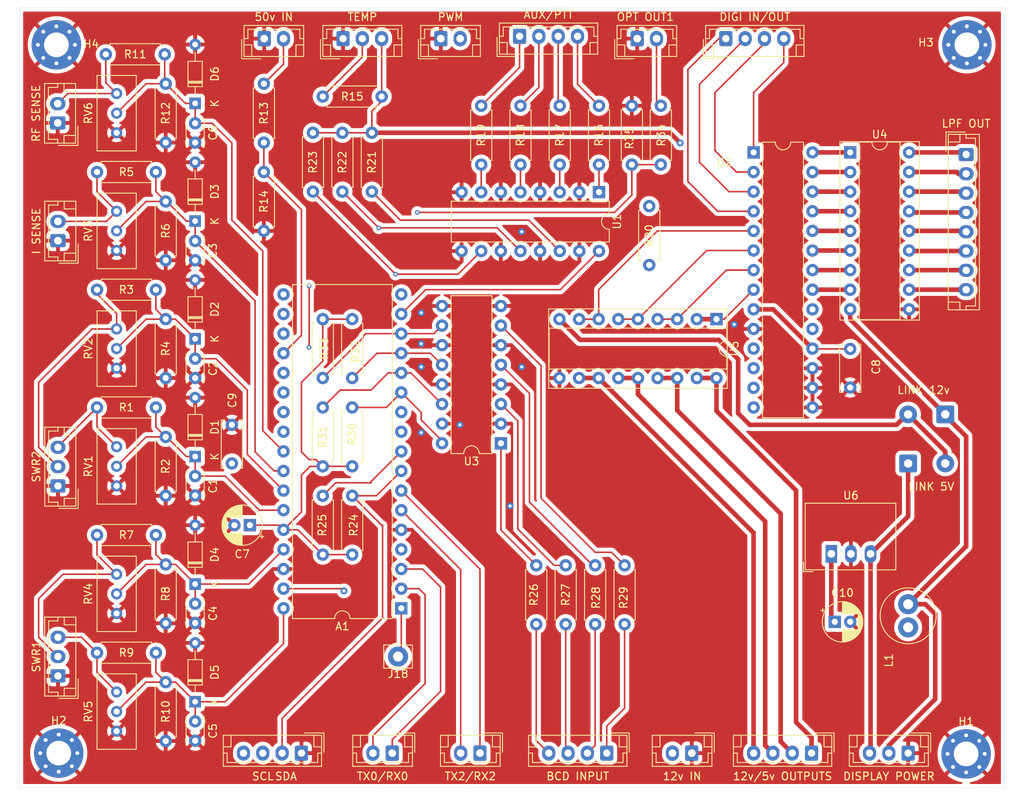
<source format=kicad_pcb>
(kicad_pcb (version 20240108) (generator "pcbnew") (generator_version "8.0")
  (layers (0 "F.Cu" signal "Front") (1 "In1.Cu" signal) (2 "In2.Cu" signal) (31 "B.Cu" signal "Back") (34 "B.Paste" user) (35 "F.Paste" user) (36 "B.SilkS" user "B.Silkscreen") (37 "F.SilkS" user "F.Silkscreen") (38 "B.Mask" user) (39 "F.Mask" user) (44 "Edge.Cuts" user))
  (net 0 "")
  (net 1 "Net-(A1-RXD0)")
  (net 2 "Net-(A1-UDPI)")
  (net 3 "/A11")
  (net 4 "+5V")
  (net 5 "/A24")
  (net 6 "/A5")
  (net 7 "/SDA")
  (net 9 "/D15")
  (net 10 "/A6")
  (net 11 "/A26")
  (net 12 "/A7")
  (net 13 "Net-(A1-TXD0)")
  (net 15 "/D23")
  (net 16 "/D12")
  (net 17 "/D9")
  (net 18 "/A2")
  (net 19 "VCC")
  (net 20 "/D10")
  (net 21 "/A4")
  (net 22 "/D8")
  (net 23 "/D13")
  (net 24 "Net-(A1-TXD2)")
  (net 25 "/D11")
  (net 26 "GND")
  (net 28 "/D14")
  (net 29 "/SCL")
  (net 30 "/D6")
  (net 31 "Net-(A1-RXD2)")
  (net 32 "/PWM")
  (net 33 "/D7")
  (net 34 "VD")
  (net 35 "/REV1")
  (net 36 "/FWD1")
  (net 37 "/FWD2")
  (net 38 "/REV2")
  (net 39 "/currrent")
  (net 40 "/RF_LEVEL")
  (net 41 "/50V_IN")
  (net 42 "Net-(J7-Pin_1)")
  (net 43 "Net-(J7-Pin_3)")
  (net 44 "Net-(J7-Pin_2)")
  (net 45 "Net-(J7-Pin_4)")
  (net 46 "Net-(J10-Pin_2)")
  (net 47 "Net-(J10-Pin_4)")
  (net 48 "Net-(J10-Pin_1)")
  (net 49 "Net-(J10-Pin_3)")
  (net 50 "Net-(J11-Pin_4)")
  (net 51 "Net-(J11-Pin_2)")
  (net 52 "Net-(J11-Pin_6)")
  (net 53 "Net-(J11-Pin_5)")
  (net 54 "Net-(J11-Pin_7)")
  (net 55 "Net-(J11-Pin_1)")
  (net 56 "Net-(J11-Pin_3)")
  (net 57 "Net-(J11-Pin_8)")
  (net 58 "Net-(J12-Pin_1)")
  (net 59 "Net-(J12-Pin_3)")
  (net 60 "Net-(J12-Pin_4)")
  (net 61 "Net-(J12-Pin_2)")
  (net 62 "Net-(J13-Pin_2)")
  (net 63 "Net-(J13-Pin_4)")
  (net 64 "Net-(J13-Pin_3)")
  (net 65 "Net-(J13-Pin_1)")
  (net 66 "Net-(J16-Pin_2)")
  (net 67 "+5F")
  (net 68 "VPP")
  (net 69 "Net-(R16-Pad2)")
  (net 70 "Net-(R17-Pad2)")
  (net 71 "Net-(R18-Pad2)")
  (net 72 "Net-(R19-Pad2)")
  (net 73 "Net-(R26-Pad2)")
  (net 74 "Net-(R27-Pad2)")
  (net 75 "Net-(R28-Pad2)")
  (net 76 "Net-(R29-Pad2)")
  (net 77 "Net-(U2-GPA5)")
  (net 78 "Net-(U2-GPB7)")
  (net 79 "Net-(U2-GPB5)")
  (net 80 "Net-(U2-GPA6)")
  (net 82 "Net-(U2-GPA3)")
  (net 84 "Net-(U2-GPA0)")
  (net 86 "Net-(U2-GPA2)")
  (net 87 "Net-(U2-GPA7)")
  (net 88 "Net-(U2-GPB6)")
  (net 89 "Net-(U2-GPA4)")
  (net 90 "Net-(U2-GPB4)")
  (net 91 "Net-(U2-GPA1)")
  (footprint "Package_DIP:DIP-18_W7.62mm_Socket" (layer "F.Cu") (at 162.7 83.82 -90)
    (property "Reference" "U5")
    (property "Value" "MIC2981/82YN")
  )
  (footprint "Potentiometer_THT:Potentiometer_Bourns_3296W_Vertical" (layer "F.Cu") (at 85.09 54.61 90)
    (property "Reference" "RV6")
    (property "Value" "R_Potentiometer")
  )
  (footprint "Diode_THT:D_DO-34_SOD68_P7.62mm_Horizontal" (layer "F.Cu") (at 95.25 55.885 90)
    (property "Reference" "D6")
    (property "Value" "D_Zener")
  )
  (footprint "Resistor_THT:R_Axial_DIN0207_L6.3mm_D2.5mm_P7.62mm_Horizontal" (layer "F.Cu") (at 147.5 56.19 -90)
    (property "Reference" "R16")
    (property "Value" "R")
  )
  (footprint "Connector_JST:JST_EH_B3B-EH-A_1x03_P2.50mm_Vertical" (layer "F.Cu") (at 114.38 47.5)
    (property "Reference" "TEMP")
    (property "Value" "Temp")
  )
  (footprint "Capacitor_THT:C_Disc_D3.4mm_W2.1mm_P2.50mm" (layer "F.Cu") (at 95.25 58.46 -90)
    (property "Reference" "C6")
    (property "Value" "1nf")
  )
  (footprint "Resistor_THT:R_Axial_DIN0207_L6.3mm_D2.5mm_P7.62mm_Horizontal" (layer "F.Cu") (at 82.55 64.77)
    (property "Reference" "R5")
    (property "Value" "R")
  )
  (footprint "Capacitor_THT:C_Disc_D6.0mm_W2.5mm_P5.00mm" (layer "F.Cu") (at 100 102.5 90)
    (property "Reference" "C9")
    (property "Value" "100nf")
  )
  (footprint "Diode_THT:D_DO-34_SOD68_P7.62mm_Horizontal" (layer "F.Cu") (at 95.25 86.36 90)
    (property "Reference" "D2")
    (property "Value" "D_Zener")
  )
  (footprint "Connector_JST:JST_EH_B2B-EH-A_1x02_P2.50mm_Vertical" (layer "F.Cu") (at 77.47 58.42 90)
    (property "Reference" "RF SENSE")
    (property "Value" "RF In Level")
  )
  (footprint "Connector_JST:JST_EH_B2B-EH-A_1x02_P2.50mm_Vertical" (layer "F.Cu") (at 132.1 140 180)
    (property "Reference" "TX2/RX2")
    (property "Value" "TX2/RX2")
  )
  (footprint "Resistor_THT:R_Axial_DIN0207_L6.3mm_D2.5mm_P7.62mm_Horizontal" (layer "F.Cu") (at 91.44 115.57 -90)
    (property "Reference" "R8")
    (property "Value" "R")
  )
  (footprint "Connector_JST:JST_EH_B3B-EH-A_1x03_P2.50mm_Vertical" (layer "F.Cu") (at 77.5 105.41 90)
    (property "Reference" "SWR2")
    (property "Value" "SWR2")
  )
  (footprint "Capacitor_THT:C_Disc_D3.4mm_W2.1mm_P2.50mm" (layer "F.Cu") (at 95.25 73.7 -90)
    (property "Reference" "C3")
    (property "Value" "1nf")
  )
  (footprint "Connector_JST:JST_EH_B2B-EH-A_1x02_P2.50mm_Vertical" (layer "F.Cu") (at 127.04 47.5)
    (property "Reference" "PWM")
    (property "Value" "Conn_01x02_Pin")
  )
  (footprint "MountingHole:MountingHole_3.2mm_M3_Pad_Via" (layer "F.Cu") (at 195 140.1)
    (property "Reference" "H1")
    (property "Value" "MountingHole_Pad")
  )
  (footprint "Diode_THT:D_DO-34_SOD68_P7.62mm_Horizontal" (layer "F.Cu") (at 95.25 101.605 90)
    (property "Reference" "D1")
    (property "Value" "D_Zener")
  )
  (footprint "Connector_JST:JST_EH_B4B-EH-A_1x04_P2.50mm_Vertical" (layer "F.Cu") (at 137.22 47.2)
    (property "Reference" "AUX/PTT")
    (property "Value" "Ext. In")
  )
  (footprint "Converter_DCDC:Converter_DCDC_RECOM_R-78E-0.5_THT" (layer "F.Cu") (at 177.553 114.2075)
    (property "Reference" "U6")
    (property "Value" "R-78E5.0-1.0")
  )
  (footprint "Resistor_THT:R_Axial_DIN0207_L6.3mm_D2.5mm_P7.62mm_Horizontal" (layer "F.Cu") (at 115.57 95.25 -90)
    (property "Reference" "R30")
    (property "Value" "R")
  )
  (footprint "Package_DIP:DIP-18_W7.62mm_Socket" (layer "F.Cu") (at 180 62.23)
    (property "Reference" "U4")
    (property "Value" "MIC2981/82YN")
  )
  (footprint "Resistor_THT:R_Axial_DIN0207_L6.3mm_D2.5mm_P7.62mm_Horizontal" (layer "F.Cu") (at 132.26 56.19 -90)
    (property "Reference" "R19" (hide yes))
    (property "Value" "R")
  )
  (footprint "Diode_THT:D_DO-34_SOD68_P7.62mm_Horizontal" (layer "F.Cu") (at 95.25 71.12 90)
    (property "Reference" "D3")
    (property "Value" "D_Zener")
  )
  (footprint "Connector_JST:JST_EH_B3B-EH-A_1x03_P2.50mm_Vertical" (layer "F.Cu") (at 187.5 140 180)
    (property "Reference" "DISPLAY POWER")
    (property "Value" "DISPLAY POWER")
  )
  (footprint "Resistor_THT:R_Axial_DIN0207_L6.3mm_D2.5mm_P7.62mm_Horizontal" (layer "F.Cu") (at 154 76.81 90)
    (property "Reference" "R20")
    (property "Value" "R")
  )
  (footprint "Connector_JST:JST_EH_B4B-EH-A_1x04_P2.50mm_Vertical" (layer "F.Cu") (at 175 140 180)
    (property "Reference" "12v/5v OUTPUTS")
    (property "Value" "12v/5v Outputs")
  )
  (footprint "Connector_JST:JST_EH_B4B-EH-A_1x04_P2.50mm_Vertical" (layer "F.Cu") (at 109 140 180)
    (property "Reference" "SCL")
    (property "Value" "I2c Output")
  )
  (footprint "Connector_Pin:Pin_D1.3mm_L10.0mm_W3.5mm_Flat" (layer "F.Cu") (at 121.5 127.5)
    (property "Reference" "J18")
    (property "Value" "UPDI")
  )
  (footprint "Resistor_THT:R_Axial_DIN0207_L6.3mm_D2.5mm_P7.62mm_Horizontal" (layer "F.Cu") (at 111.76 95.25 -90)
    (property "Reference" "R31")
    (property "Value" "R")
  )
  (footprint "Resistor_THT:R_Axial_DIN0207_L6.3mm_D2.5mm_P7.62mm_Horizontal" (layer "F.Cu") (at 104.14 64.77 -90)
    (property "Reference" "R14")
    (property "Value" "R")
  )
  (footprint "Resistor_THT:R_Axial_DIN0207_L6.3mm_D2.5mm_P7.62mm_Horizontal" (layer "F.Cu") (at 83.69 49.53)
    (property "Reference" "R11")
    (property "Value" "R")
  )
  (footprint "Resistor_THT:R_Axial_DIN0207_L6.3mm_D2.5mm_P7.62mm_Horizontal" (layer "F.Cu") (at 118.11 67.31 90)
    (property "Reference" "R21")
    (property "Value" "R")
  )
  (footprint "Resistor_THT:R_Axial_DIN0207_L6.3mm_D2.5mm_P7.62mm_Horizontal" (layer "F.Cu") (at 91.44 130.81 -90)
    (property "Reference" "R10")
    (property "Value" "R")
  )
  (footprint "Resistor_THT:R_Axial_DIN0207_L6.3mm_D2.5mm_P7.62mm_Horizontal" (layer "F.Cu") (at 147 123.31 90)
    (property "Reference" "R28")
    (property "Value" "R")
  )
  (footprint "Connector_JST:JST_EH_B2B-EH-A_1x02_P2.50mm_Vertical" (layer "F.Cu") (at 152.44 47.5)
    (property "Reference" "OPT OUT1")
    (property "Value" "50v In.")
  )
  (footprint "Resistor_THT:R_Axial_DIN0207_L6.3mm_D2.5mm_P7.62mm_Horizontal" (layer "F.Cu") (at 111.76 55)
    (property "Reference" "R15")
    (property "Value" "R")
  )
  (footprint "Connector_JST:JST_EH_B2B-EH-A_1x02_P2.50mm_Vertical" (layer "F.Cu") (at 159.5 140 180)
    (property "Reference" "12v IN")
    (property "Value" "12v Input")
  )
  (footprint "Diode_THT:D_DO-34_SOD68_P7.62mm_Horizontal" (layer "F.Cu") (at 95.25 118.115 90)
    (property "Reference" "D4")
    (property "Value" "D_Zener")
  )
  (footprint "Capacitor_THT:C_Disc_D3.4mm_W2.1mm_P2.50mm" (layer "F.Cu") (at 95.25 120.65 -90)
    (property "Reference" "C4")
    (property "Value" "1nf")
  )
  (footprint "Potentiometer_THT:Potentiometer_Bourns_3296W_Vertical" (layer "F.Cu") (at 85.09 69.85 90)
    (property "Reference" "RV3")
    (property "Value" "R_Potentiometer")
  )
  (footprint "Connector_JST:JST_EH_B8B-EH-A_1x08_P2.50mm_Vertical" (layer "F.Cu") (at 195 62.5 -90)
    (property "Reference" "LPF OUT")
    (property "Value" "LPF")
  )
  (footprint "Package_DIP:DIP-16_W7.62mm" (layer "F.Cu") (at 147.5 67.38 -90)
    (property "Reference" "U1")
    (property "Value" "LTV-847")
  )
  (footprint "Resistor_THT:R_Axial_DIN0207_L6.3mm_D2.5mm_P7.62mm_Horizontal" (layer "F.Cu") (at 104.14 53.34 -90)
    (property "Reference" "R13")
    (property "Value" "R")
  )
  (footprint "Resistor_THT:R_Axial_DIN0207_L6.3mm_D2.5mm_P7.62mm_Horizontal" (layer "F.Cu") (at 91.44 83.82 -90)
    (property "Reference" "R4")
    (property "Value" "R")
  )
  (footprint "Resistor_THT:R_Axial_DIN0207_L6.3mm_D2.5mm_P7.62mm_Horizontal" (layer "F.Cu") (at 139.38 123.31 90)
    (property "Reference" "R26")
    (property "Value" "R")
  )
  (footprint "Potentiometer_THT:Potentiometer_Bourns_3296W_Vertical" (layer "F.Cu") (at 85.09 85.09 90)
    (property "Reference" "RV2")
    (property "Value" "R_Potentiometer")
  )
  (footprint "Capacitor_THT:C_Disc_D3.4mm_W2.1mm_P2.50mm" (layer "F.Cu") (at 95.25 135.89 -90)
    (property "Reference" "C5")
    (property "Value" "1nf")
  )
  (footprint "Connector_JST:JST_EH_B2B-EH-A_1x02_P2.50mm_Vertical" (layer "F.Cu") (at 120.75 140 180)
    (property "Reference" "TX0/RX0")
    (property "Value" "TX0/RX0")
  )
  (footprint "MountingHole:MountingHole_3.2mm_M3_Pad_Via" (layer "F.Cu") (at 77.6 140)
    (property "Reference" "H2")
    (property "Value" "MountingHole_Pad")
  )
  (footprint "Resistor_THT:R_Axial_DIN0207_L6.3mm_D2.5mm_P7.62mm_Horizontal" (layer "F.Cu") (at 82.55 80.01)
    (property "Reference" "R3")
    (property "Value" "R")
  )
  (footprint "Connector_JST:JST_EH_B4B-EH-A_1x04_P2.50mm_Vertical" (layer "F.Cu") (at 163.91 47.5)
    (property "Reference" "DIGI IN/OUT")
    (property "Value" "Digi In/Out")
  )
  (footprint "Capacitor_THT:C_Disc_D3.4mm_W2.1mm_P2.50mm" (layer "F.Cu") (at 95.25 104.14 -90)
    (property "Reference" "C1")
    (property "Value" "1nf")
  )
  (footprint "Connector_JST:JST_EH_B2B-EH-A_1x02_P2.50mm_Vertical" (layer "F.Cu") (at 104.18 47.5)
    (property "Reference" "50v IN")
    (property "Value" "50v In.")
  )
  (footprint "MountingHole:MountingHole_3.2mm_M3_Pad_Via" (layer "F.Cu") (at 195.1 48.302944)
    (property "Reference" "H3")
    (property "Value" "MountingHole_Pad")
  )
  (footprint "Resistor_THT:R_Axial_DIN0207_L6.3mm_D2.5mm_P7.62mm_Horizontal" (layer "F.Cu") (at 114.3 67.31 90)
    (property "Reference" "R22")
    (property "Value" "R")
  )
  (footprint "Resistor_THT:R_Axial_DIN0207_L6.3mm_D2.5mm_P7.62mm_Horizontal" (layer "F.Cu") (at 91.44 99.06 -90)
    (property "Reference" "R2")
    (property "Value" "R")
  )
  (footprint "Resistor_THT:R_Axial_DIN0207_L6.3mm_D2.5mm_P7.62mm_Horizontal" (layer "F.Cu") (at 155.5 56.19 -90)
    (property "Reference" "R34")
    (property "Value" "R")
  )
  (footprint "Resistor_THT:R_Axial_DIN0207_L6.3mm_D2.5mm_P7.62mm_Horizontal" (layer "F.Cu") (at 111.76 91.44 90)
    (property "Reference" "R33")
    (property "Value" "R")
  )
  (footprint "Resistor_THT:R_Axial_DIN0207_L6.3mm_D2.5mm_P7.62mm_Horizontal" (layer "F.Cu") (at 91.44 68.58 -90)
    (property "Reference" "R6")
    (property "Value" "R")
  )
  (footprint "Resistor_THT:R_Axial_DIN0207_L6.3mm_D2.5mm_P7.62mm_Horizontal" (layer "F.Cu") (at 137.34 56.19 -90)
    (property "Reference" "R18")
    (property "Value" "R")
  )
  (footprint "Potentiometer_THT:Potentiometer_Bourns_3296W_Vertical" (layer "F.Cu") (at 85.09 116.84 90)
    (property "Reference" "RV4")
    (property "Value" "R_Potentiometer")
  )
  (footprint "Resistor_THT:R_Axial_DIN0207_L6.3mm_D2.5mm_P7.62mm_Horizontal" (layer "F.Cu") (at 110.49 67.31 90)
    (property "Reference" "R23")
    (property "Value" "R")
  )
  (footprint "Resistor_THT:R_Axial_DIN0207_L6.3mm_D2.5mm_P7.62mm_Horizontal" (layer "F.Cu") (at 82.55 95.25)
    (property "Reference" "R1")
    (property "Value" "R")
  )
  (footprint "Resistor_THT:R_Axial_DIN0207_L6.3mm_D2.5mm_P7.62mm_Horizontal" (layer "F.Cu") (at 91.44 53.34 -90)
    (property "Reference" "R12")
    (property "Value" "R")
  )
  (footprint "Connector_JST:JST_EH_B3B-EH-A_1x03_P2.50mm_Vertical" (layer "F.Cu") (at 77.5 130 90)
    (property "Reference" "SWR1")
    (property "Value" "SWR1")
  )
  (footprint "Diode_THT:D_DO-34_SOD68_P7.62mm_Horizontal" (layer "F.Cu") (at 95.25 133.35 90)
    (property "Reference" "D5")
    (property "Value" "D_Zener")
  )
  (footprint "Resistor_THT:R_Axial_DIN0207_L6.3mm_D2.5mm_P7.62mm_Horizontal" (layer "F.Cu") (at 143.19 123.31 90)
    (property "Reference" "R27")
    (property "Value" "R")
  )
  (footprint "Resistor_THT:R_Axial_DIN0207_L6.3mm_D2.5mm_P7.62mm_Horizontal" (layer "F.Cu") (at 82.55 127)
    (property "Reference" "R9")
    (property "Value" "R")
  )
  (footprint "Package_DIP:DIP-16_W7.62mm" (layer "F.Cu") (at 134.81 99.89 180)
    (property "Reference" "U3")
    (property "Value" "LTV-847")
  )
  (footprint "Resistor_THT:R_Axial_DIN0207_L6.3mm_D2.5mm_P7.62mm_Horizontal" (layer "F.Cu") (at 150.81 123.31 90)
    (property "Reference" "R29")
    (property "Value" "R")
  )
  (footprint "Package_DIP:DIP-34_W15.24mm" (layer "F.Cu") (at 121.92 121.25 180)
    (property "Reference" "A1")
    (property "Value" "Arduino_Nano_Every-4808")
  )
  (footprint "Resistor_THT:R_Axial_DIN0207_L6.3mm_D2.5mm_P7.62mm_Horizontal" (layer "F.Cu") (at 115.57 114.3 90)
    (property "Reference" "R24")
    (property "Value" "R")
  )
  (footprint "Resistor_THT:R_Axial_DIN0207_L6.3mm_D2.5mm_P7.62mm_Horizontal" (layer "F.Cu") (at 82.55 111.76)
    (property "Reference" "R7")
    (property "Value" "R")
  )
  (footprint "Connector_JST:JST_EH_B2B-EH-A_1x02_P2.50mm_Vertical" (layer "F.Cu") (at 77.5 73.66 90)
    (property "Reference" "I SENSE")
    (property "Value" "I detect")
  )
  (footprint "Connector_JST:JST_EH_B4B-EH-A_1x04_P2.50mm_Vertical" (layer "F.Cu") (at 148.5 140 180)
    (property "Reference" "BCD INPUT")
    (property "Value" "BCD Input")
  )
  (footprint "Resistor_THT:R_Axial_DIN0207_L6.3mm_D2.5mm_P7.62mm_Horizontal" (layer "F.Cu") (at 151.75 63.81 90)
    (property "Reference" "R35")
    (property "Value" "R")
  )
  (footprint "Resistor_THT:R_Axial_DIN0207_L6.3mm_D2.5mm_P7.62mm_Horizontal" (layer "F.Cu") (at 115.57 91.44 90)
    (property "Reference" "R32")
    (property "Value" "R")
  )
  (footprint "Capacitor_THT:C_Disc_D6.0mm_W2.5mm_P5.00mm" (layer "F.Cu") (at 180 92.67 90)
    (property "Reference" "C8")
    (property "Value" "100nf")
  )
  (footprint "Connector_Wire:SolderWire-0.5sqmm_1x02_P4.8mm_D0.9mm_OD2.3mm" (layer "F.Cu") (at 187.5 102.5)
    (property "Reference" "LINK 5V")
    (property "Value" "Jumper_2_Open")
  )
  (footprint "Connector_Wire:SolderWire-0.5sqmm_1x02_P4.8mm_D0.9mm_OD2.3mm" (layer "F.Cu") (at 192.3 96.15 180)
    (property "Reference" "LINK 12v")
    (property "Value" "Jumper_2_Open")
  )
  (footprint "Capacitor_THT:CP_Radial_D5.0mm_P2.00mm" (layer "F.Cu") (at 178 123)
    (property "Reference" "C10")
    (property "Value" "2.2uf")
  )
  (footprint "Capacitor_THT:C_Disc_D3.4mm_W2.1mm_P2.50mm" (layer "F.Cu") (at 95.25 88.94 -90)
    (property "Reference" "C2")
    (property "Value" "1nf")
  )
  (footprint "Capacitor_THT:CP_Radial_D5.0mm_P2.00mm" (layer "F.Cu") (at 102.33 110.49 180)
    (property "Reference" "C7")
    (property "Value" "10uf")
  )
  (footprint "Inductor_THT:L_Radial_D7.0mm_P3.00mm" (layer "F.Cu") (at 187.5 123.7225 90)
    (property "Reference" "L1")
    (property "Value" "L")
  )
  (footprint "Potentiometer_THT:Potentiometer_Bourns_3296W_Vertical" (layer "F.Cu") (at 85.09 100.33 90)
    (property "Reference" "RV1")
    (property "Value" "R_Potentiometer")
  )
  (footprint "Resistor_THT:R_Axial_DIN0207_L6.3mm_D2.5mm_P7.62mm_Horizontal" (layer "F.Cu") (at 142.42 56.19 -90)
    (property "Reference" "R17")
    (property "Value" "R")
  )
  (footprint "Resistor_THT:R_Axial_DIN0207_L6.3mm_D2.5mm_P7.62mm_Horizontal" (layer "F.Cu") (at 111.76 114.3 90)
    (property "Reference" "R25")
    (property "Value" "R")
  )
  (footprint "MountingHole:MountingHole_3.2mm_M3_Pad_Via" (layer "F.Cu") (at 77.297056 48.302944)
    (property "Reference" "H4")
    (property "Value" "MountingHole_Pad")
  )
  (footprint "Potentiometer_THT:Potentiometer_Bourns_3296W_Vertical" (layer "F.Cu") (at 85.09 132.08 90)
    (property "Reference" "RV5")
    (property "Value" "R_Potentiometer")
  )
  (footprint "Package_DIP:DIP-28_W7.62mm" (layer "F.Cu") (at 167.5 62.23)
    (property "Reference" "U2")
    (property "Value" "MCP23017_SP")
  )
  (gr_line (start 72.5 43.5) (end 72.5 144.5) (stroke (width 0.0381)) (layer "Edge.Cuts"))
  (gr_line (start 200 144.5) (end 200 43.5) (stroke (width 0.0381)) (layer "Edge.Cuts"))
  (gr_line (start 200 43.5) (end 72.5 43.5) (stroke (width 0.0381)) (layer "Edge.Cuts"))
  (gr_line (start 72.5 144.5) (end 200 144.5) (stroke (width 0.0381)) (layer "Edge.Cuts"))
  (gr_text "R19" (at 132.26 60 90) (layer "F.SilkS") (effects (font (size 1 1))))
  (gr_text "SDA" (at 107 143 0) (layer "F.SilkS") (effects (font (size 1 1))))
  (segment (start 121.92 116.17) (end 124.67 116.17) (width 0.2) (layer "F.Cu") (net 1))
  (segment (start 124.67 116.17) (end 127 118.5) (width 0.2) (layer "F.Cu") (net 1))
  (segment (start 127 132) (end 120.75 138.25) (width 0.2) (layer "F.Cu") (net 1))
  (segment (start 120.75 138.25) (end 120.75 140) (width 0.2) (layer "F.Cu") (net 1))
  (segment (start 127 118.5) (end 127 132) (width 0.2) (layer "F.Cu") (net 1))
  (segment (start 121.92 127.08) (end 121.5 127.5) (width 0.2) (layer "F.Cu") (net 2))
  (segment (start 121.92 121.25) (end 121.92 127.08) (width 0.2) (layer "F.Cu") (net 2))
  (segment (start 109 85.91) (end 106.68 88.23) (width 0.2) (layer "F.Cu") (net 3))
  (segment (start 109 69.63) (end 109 85.91) (width 0.2) (layer "F.Cu") (net 3))
  (segment (start 104.14 64.77) (end 109 69.63) (width 0.2) (layer "F.Cu") (net 3))
  (segment (start 104.14 60.96) (end 104.14 64.77) (width 0.2) (layer "F.Cu") (net 3))
  (segment (start 106.68 111.09) (end 109 108.77) (width 0.2) (layer "F.Cu") (net 4))
  (segment (start 110.13 102.87) (end 111.76 102.87) (width 0.2) (layer "F.Cu") (net 4))
  (segment (start 180 87.67) (end 175.16 87.67) (width 0.2) (layer "F.Cu") (net 4))
  (segment (start 109 104) (end 110.13 102.87) (width 0.2) (layer "F.Cu") (net 4))
  (segment (start 111.76 83.82) (end 111.76 89.24) (width 0.2) (layer "F.Cu") (net 4))
  (segment (start 119.38 55) (end 119.38 55.62) (width 0.2) (layer "F.Cu") (net 4))
  (segment (start 156.69 59.69) (end 158 61) (width 0.6) (layer "F.Cu") (net 4))
  (segment (start 118.11 59.69) (end 156.69 59.69) (width 0.6) (layer "F.Cu") (net 4))
  (segment (start 115.57 83.82) (end 111.76 83.82) (width 0.2) (layer "F.Cu") (net 4))
  (segment (start 110.49 59.69) (end 114.3 59.69) (width 0.2) (layer "F.Cu") (net 4))
  (segment (start 111.76 89.24) (end 109 92) (width 0.2) (layer "F.Cu") (net 4))
  (segment (start 109 108.77) (end 109 104) (width 0.2) (layer "F.Cu") (net 4))
  (segment (start 106.08 110.49) (end 106.68 111.09) (width 0.2) (layer "F.Cu") (net 4))
  (segment (start 118.11 56.89) (end 118.11 59.69) (width 0.2) (layer "F.Cu") (net 4))
  (segment (start 110 102) (end 110.89 102) (width 0.2) (layer "F.Cu") (net 4))
  (segment (start 106.68 111.09) (end 108.55 111.09) (width 0.2) (layer "F.Cu") (net 4))
  (segment (start 119.38 55.62) (end 118.11 56.89) (width 0.2) (layer "F.Cu") (net 4))
  (segment (start 167.5 82.55) (end 170.04 82.55) (width 0.6) (layer "F.Cu") (net 4))
  (segment (start 111.76 114.3) (end 115.57 114.3) (width 0.2) (layer "F.Cu") (net 4))
  (segment (start 109 101) (end 110 102) (width 0.2) (layer "F.Cu") (net 4))
  (segment (start 110.89 102) (end 111.76 102.87) (width 0.2) (layer "F.Cu") (net 4))
  (segment (start 114.3 59.69) (end 118.11 59.69) (width 0.2) (layer "F.Cu") (net 4))
  (segment (start 119.38 47.5) (end 119.38 55) (width 0.2) (layer "F.Cu") (net 4))
  (segment (start 170.04 82.55) (end 175.12 87.63) (width 0.6) (layer "F.Cu") (net 4))
  (segment (start 108.55 111.09) (end 111.76 114.3) (width 0.2) (layer "F.Cu") (net 4))
  (segment (start 109 92) (end 109 101) (width 0.2) (layer "F.Cu") (net 4))
  (segment (start 111.76 102.87) (end 115.57 102.87) (width 0.2) (layer "F.Cu") (net 4))
  (segment (start 102.33 110.49) (end 106.08 110.49) (width 0.2) (layer "F.Cu") (net 4))
  (segment (start 175.16 87.67) (end 175.12 87.63) (width 0.2) (layer "F.Cu") (net 4))
  (via (at 158 61) (size 0.9) (drill 0.4) (layers "F.Cu" "B.Cu") (net 4))
  (segment (start 99.15 133.35) (end 95.25 133.35) (width 0.2) (layer "F.Cu") (net 5))
  (segment (start 92.71 130.81) (end 95.25 133.35) (width 0.2) (layer "F.Cu") (net 5))
  (segment (start 90.17 127) (end 90.17 129.54) (width 0.2) (layer "F.Cu") (net 5))
  (segment (start 106.68 121.25) (end 106.68 125.82) (width 0.2) (layer "F.Cu") (net 5))
  (segment (start 91.44 130.81) (end 88.9 130.81) (width 0.2) (layer "F.Cu") (net 5))
  (segment (start 106.68 125.82) (end 99.15 133.35) (width 0.2) (layer "F.Cu") (net 5))
  (segment (start 91.44 130.81) (end 92.71 130.81) (width 0.2) (layer "F.Cu") (net 5))
  (segment (start 88.9 130.81) (end 85.09 134.62) (width 0.2) (layer "F.Cu") (net 5))
  (segment (start 90.17 129.54) (end 91.44 130.81) (width 0.2) (layer "F.Cu") (net 5))
  (segment (start 95.25 135.89) (end 95.25 133.35) (width 0.2) (layer "F.Cu") (net 5))
  (segment (start 88.9 68.58) (end 85.09 72.39) (width 0.2) (layer "F.Cu") (net 6))
  (segment (start 94.12 71.12) (end 95.25 71.12) (width 0.2) (layer "F.Cu") (net 6))
  (segment (start 91.58 68.58) (end 94.12 71.12) (width 0.2) (layer "F.Cu") (net 6))
  (segment (start 103 101) (end 105.47 103.47) (width 0.2) (layer "F.Cu") (net 6))
  (segment (start 103 81.45) (end 103 101) (width 0.2) (layer "F.Cu") (net 6))
  (segment (start 91.44 68.58) (end 88.9 68.58) (width 0.2) (layer "F.Cu") (net 6))
  (segment (start 95.25 73.7) (end 95.25 71.12) (width 0.2) (layer "F.Cu") (net 6))
  (segment (start 90.17 64.77) (end 90.17 67.31) (width 0.2) (layer "F.Cu") (net 6))
  (segment (start 91.44 68.58) (end 91.58 68.58) (width 0.2) (layer "F.Cu") (net 6))
  (segment (start 105.47 103.47) (end 106.68 103.47) (width 0.2) (layer "F.Cu") (net 6))
  (segment (start 90.17 67.31) (end 91.44 68.58) (width 0.2) (layer "F.Cu") (net 6))
  (segment (start 95.25 73.7) (end 103 81.45) (width 0.2) (layer "F.Cu") (net 6))
  (segment (start 119.39 110.5) (end 119.5 110.5) (width 0.2) (layer "F.Cu") (net 7))
  (segment (start 119.5 110.5) (end 119.5 122.5) (width 0.2) (layer "F.Cu") (net 7))
  (segment (start 115.57 106.68) (end 118.71 106.68) (width 0.2) (layer "F.Cu") (net 7))
  (segment (start 106.5 135.5) (end 106.5 140) (width 0.2) (layer "F.Cu") (net 7))
  (segment (start 118.71 106.68) (end 121.92 103.47) (width 0.2) (layer "F.Cu") (net 7))
  (segment (start 115.57 106.68) (end 119.39 110.5) (width 0.2) (layer "F.Cu") (net 7))
  (segment (start 119.5 122.5) (end 106.5 135.5) (width 0.2) (layer "F.Cu") (net 7))
  (segment (start 121.18 78) (end 129.26 78) (width 0.2) (layer "F.Cu") (net 9))
  (segment (start 110.49 67.31) (end 121.18 78) (width 0.2) (layer "F.Cu") (net 9))
  (segment (start 129.26 78) (end 132.26 75) (width 0.2) (layer "F.Cu") (net 9))
  (via (at 121.18 78) (size 0.6) (drill 0.3) (layers "F.Cu" "B.Cu") (net 9))
  (segment (start 91.44 83.82) (end 88.9 83.82) (width 0.2) (layer "F.Cu") (net 10))
  (segment (start 95.25 86.36) (end 95.25 88.94) (width 0.2) (layer "F.Cu") (net 10))
  (segment (start 90.17 82.55) (end 91.44 83.82) (width 0.2) (layer "F.Cu") (net 10))
  (segment (start 92.71 83.82) (end 95.25 86.36) (width 0.2) (layer "F.Cu") (net 10))
  (segment (start 102 101.33) (end 106.68 106.01) (width 0.2) (layer "F.Cu") (net 10))
  (segment (start 88.9 83.82) (end 85.09 87.63) (width 0.2) (layer "F.Cu") (net 10))
  (segment (start 97.94 88.94) (end 102 93) (width 0.2) (layer "F.Cu") (net 10))
  (segment (start 90.17 80.01) (end 90.17 82.55) (width 0.2) (layer "F.Cu") (net 10))
  (segment (start 91.44 83.82) (end 92.71 83.82) (width 0.2) (layer "F.Cu") (net 10))
  (segment (start 102 93) (end 102 101.33) (width 0.2) (layer "F.Cu") (net 10))
  (segment (start 95.25 88.94) (end 97.94 88.94) (width 0.2) (layer "F.Cu") (net 10))
  (segment (start 91.44 115.57) (end 88.9 115.57) (width 0.2) (layer "F.Cu") (net 11))
  (segment (start 88.9 115.57) (end 85.09 119.38) (width 0.2) (layer "F.Cu") (net 11))
  (segment (start 95.25 118.115) (end 95.25 120.65) (width 0.2) (layer "F.Cu") (net 11))
  (segment (start 95.25 118.115) (end 102.195 118.115) (width 0.2) (layer "F.Cu") (net 11))
  (segment (start 92.705 115.57) (end 95.25 118.115) (width 0.2) (layer "F.Cu") (net 11))
  (segment (start 91.44 115.57) (end 92.705 115.57) (width 0.2) (layer "F.Cu") (net 11))
  (segment (start 102.195 118.115) (end 106.68 113.63) (width 0.2) (layer "F.Cu") (net 11))
  (segment (start 90.17 114.3) (end 91.44 115.57) (width 0.2) (layer "F.Cu") (net 11))
  (segment (start 90.17 111.76) (end 90.17 114.3) (width 0.2) (layer "F.Cu") (net 11))
  (segment (start 99.14 104.14) (end 103.55 108.55) (width 0.2) (layer "F.Cu") (net 12))
  (segment (start 94.105 101.605) (end 95.25 101.605) (width 0.2) (layer "F.Cu") (net 12))
  (segment (start 90.17 97.79) (end 91.44 99.06) (width 0.2) (layer "F.Cu") (net 12))
  (segment (start 91.56 99.06) (end 94.105 101.605) (width 0.2) (layer "F.Cu") (net 12))
  (segment (start 95.25 104.14) (end 99.14 104.14) (width 0.2) (layer "F.Cu") (net 12))
  (segment (start 95.25 101.605) (end 95.25 104.14) (width 0.2) (layer "F.Cu") (net 12))
  (segment (start 90.17 95.25) (end 90.17 97.79) (width 0.2) (layer "F.Cu") (net 12))
  (segment (start 103.55 108.55) (end 106.68 108.55) (width 0.2) (layer "F.Cu") (net 12))
  (segment (start 91.44 99.06) (end 91.56 99.06) (width 0.2) (layer "F.Cu") (net 12))
  (segment (start 91.44 99.06) (end 88.9 99.06) (width 0.2) (layer "F.Cu") (net 12))
  (segment (start 88.9 99.06) (end 85.09 102.87) (width 0.2) (layer "F.Cu") (net 12))
  (segment (start 125 119.5) (end 124.21 118.71) (width 0.2) (layer "F.Cu") (net 13))
  (segment (start 124.21 118.71) (end 121.92 118.71) (width 0.2) (layer "F.Cu") (net 13))
  (segment (start 118.25 140) (end 118.25 137.75) (width 0.2) (layer "F.Cu") (net 13))
  (segment (start 125 131) (end 125 119.5) (width 0.2) (layer "F.Cu") (net 13))
  (segment (start 118.25 137.75) (end 125 131) (width 0.2) (layer "F.Cu") (net 13))
  (segment (start 121.8 71) (end 118.11 67.31) (width 0.2) (layer "F.Cu") (net 15))
  (segment (start 142.42 75) (end 138.42 71) (width 0.2) (layer "F.Cu") (net 15))
  (segment (start 138.42 71) (end 121.8 71) (width 0.2) (layer "F.Cu") (net 15))
  (segment (start 142.5 80) (end 147.5 75) (width 0.2) (layer "F.Cu") (net 16))
  (segment (start 125.07 80) (end 142.5 80) (width 0.2) (layer "F.Cu") (net 16))
  (segment (start 121.92 83.15) (end 125.07 80) (width 0.2) (layer "F.Cu") (net 16))
  (segment (start 120.23 90.77) (end 121.92 90.77) (width 0.2) (layer "F.Cu") (net 17))
  (segment (start 111.76 95.25) (end 114.01 93) (width 0.2) (layer "F.Cu") (net 17))
  (segment (start 121.92 90.77) (end 123.15 90.77) (width 0.2) (layer "F.Cu") (net 17))
  (segment (start 118 93) (end 120.23 90.77) (width 0.2) (layer "F.Cu") (net 17))
  (segment (start 123.15 90.77) (end 127.19 94.81) (width 0.2) (layer "F.Cu") (net 17))
  (segment (start 114.01 93) (end 118 93) (width 0.2) (layer "F.Cu") (net 17))
  (segment (start 116.88 49.88) (end 111.76 55) (width 0.2) (layer "F.Cu") (net 18))
  (segment (start 116.88 47.5) (end 116.88 49.88) (width 0.2) (layer "F.Cu") (net 18))
  (segment (start 106.68 118.71) (end 114.21 118.71) (width 0.2) (layer "F.Cu") (net 19))
  (segment (start 195 99) (end 192.3 96.3) (width 0.6) (layer "F.Cu") (net 19))
  (segment (start 185 139) (end 185 140) (width 0.6) (layer "F.Cu") (net 19))
  (segment (start 191 122) (end 191 133) (width 0.6) (layer "F.Cu") (net 19))
  (segment (start 189.7225 120.7225) (end 191 122) (width 0.6) (layer "F.Cu") (net 19))
  (segment (start 191 133) (end 185 139) (width 0.6) (layer "F.Cu") (net 19))
  (segment (start 187.5 120.7225) (end 189.7225 120.7225) (width 0.6) (layer "F.Cu") (net 19))
  (segment (start 180 82.55) (end 180 83.85) (width 0.6) (layer "F.Cu") (net 19))
  (segment (start 180 83.85) (end 192.3 96.15) (width 0.6) (layer "F.Cu") (net 19))
  (segment (start 187.5 120.7225) (end 191.11125 117.11125) (width 0.6) (layer "F.Cu") (net 19))
  (segment (start 192.3 96.3) (end 192.3 96.15) (width 0.6) (layer "F.Cu") (net 19))
  (segment (start 191.11125 117.11125) (end 195 113.2225) (width 0.6) (layer "F.Cu") (net 19))
  (segment (start 114.21 118.71) (end 114.5 119) (width 0.2) (layer "F.Cu") (net 19))
  (segment (start 195 113.2225) (end 195 99) (width 0.6) (layer "F.Cu") (net 19))
  (via (at 114.5 119) (size 0.9) (drill 0.4) (layers "F.Cu" "B.Cu") (net 19))
  (segment (start 125.69 88.23) (end 127.19 89.73) (width 0.2) (layer "F.Cu") (net 20))
  (segment (start 121.92 88.23) (end 125.69 88.23) (width 0.2) (layer "F.Cu") (net 20))
  (segment (start 121.92 88.23) (end 118.78 88.23) (width 0.2) (layer "F.Cu") (net 20))
  (segment (start 118.78 88.23) (end 115.57 91.44) (width 0.2) (layer "F.Cu") (net 20))
  (segment (start 93.985 55.885) (end 91.44 53.34) (width 0.2) (layer "F.Cu") (net 21))
  (segment (start 91.44 53.34) (end 88.9 53.34) (width 0.2) (layer "F.Cu") (net 21))
  (segment (start 100 71) (end 100 61) (width 0.2) (layer "F.Cu") (net 21))
  (segment (start 106.68 100.93) (end 104 98.25) (width 0.2) (layer "F.Cu") (net 21))
  (segment (start 91.31 49.53) (end 91.31 53.21) (width 0.2) (layer "F.Cu") (net 21))
  (segment (start 104 75) (end 100 71) (width 0.2) (layer "F.Cu") (net 21))
  (segment (start 95.25 58.46) (end 95.25 55.885) (width 0.2) (layer "F.Cu") (net 21))
  (segment (start 95.25 55.885) (end 93.985 55.885) (width 0.2) (layer "F.Cu") (net 21))
  (segment (start 100 61) (end 97.46 58.46) (width 0.2) (layer "F.Cu") (net 21))
  (segment (start 88.9 53.34) (end 85.09 57.15) (width 0.2) (layer "F.Cu") (net 21))
  (segment (start 104 98.25) (end 104 75) (width 0.2) (layer "F.Cu") (net 21))
  (segment (start 91.31 53.21) (end 91.44 53.34) (width 0.2) (layer "F.Cu") (net 21))
  (segment (start 97.46 58.46) (end 95.25 58.46) (width 0.2) (layer "F.Cu") (net 21))
  (segment (start 119.98 95.25) (end 121.92 93.31) (width 0.2) (layer "F.Cu") (net 22))
  (segment (start 124.5 95.89) (end 124.5 96.874365) (width 0.2) (layer "F.Cu") (net 22))
  (segment (start 124.5 96.874365) (end 127.19 99.564365) (width 0.2) (layer "F.Cu") (net 22))
  (segment (start 127.19 99.564365) (end 127.19 99.89) (width 0.2) (layer "F.Cu") (net 22))
  (segment (start 121.92 93.31) (end 124.5 95.89) (width 0.2) (layer "F.Cu") (net 22))
  (segment (start 115.57 95.25) (end 119.98 95.25) (width 0.2) (layer "F.Cu") (net 22))
  (segment (start 126.59 99.89) (end 127.19 99.89) (width 0.2) (layer "F.Cu") (net 22))
  (segment (start 149.5 70) (end 151.75 67.75) (width 0.2) (layer "F.Cu") (net 23))
  (segment (start 124 70) (end 149.5 70) (width 0.2) (layer "F.Cu") (net 23))
  (segment (start 151.75 63.81) (end 155.5 63.81) (width 0.2) (layer "F.Cu") (net 23))
  (segment (start 151.75 67.75) (end 151.75 63.81) (width 0.2) (layer "F.Cu") (net 23))
  (via (at 124 70) (size 0.6) (drill 0.3) (layers "F.Cu" "B.Cu") (net 23))
  (segment (start 129.6 116.23) (end 129.6 140) (width 0.2) (layer "F.Cu") (net 24))
  (segment (start 121.92 108.55) (end 129.6 116.23) (width 0.2) (layer "F.Cu") (net 24))
  (segment (start 121.92 85.69) (end 126.15 85.69) (width 0.2) (layer "F.Cu") (net 25))
  (segment (start 126.15 85.69) (end 127.19 84.65) (width 0.2) (layer "F.Cu") (net 25))
  (segment (start 117 86) (end 117.31 85.69) (width 0.2) (layer "F.Cu") (net 25))
  (segment (start 117.31 85.69) (end 121.92 85.69) (width 0.2) (layer "F.Cu") (net 25))
  (segment (start 111.76 91.44) (end 117 86.2) (width 0.2) (layer "F.Cu") (net 25))
  (segment (start 117 86.2) (end 117 86) (width 0.2) (layer "F.Cu") (net 25))
  (via (at 124.5 87) (size 0.9) (drill 0.4) (layers "F.Cu" "B.Cu") (net 26))
  (via (at 137.5 90) (size 0.9) (drill 0.4) (layers "F.Cu" "B.Cu") (net 26))
  (via (at 124.5 83) (size 0.9) (drill 0.4) (layers "F.Cu" "B.Cu") (net 26))
  (via (at 124.5 90) (size 0.9) (drill 0.4) (layers "F.Cu" "B.Cu") (net 26))
  (via (at 124.5 98.5) (size 0.9) (drill 0.4) (layers "F.Cu" "B.Cu") (net 26))
  (via (at 129.5 97.5) (size 0.9) (drill 0.4) (layers "F.Cu" "B.Cu") (net 26))
  (via (at 137.5 72.5) (size 0.9) (drill 0.4) (layers "F.Cu" "B.Cu") (net 26))
  (via (at 136 108) (size 0.9) (drill 0.4) (layers "F.Cu" "B.Cu") (net 26))
  (via (at 165 84.5) (size 0.9) (drill 0.4) (layers "F.Cu" "B.Cu") (net 26))
  (segment (start 118 71) (end 117.99 71) (width 0.2) (layer "F.Cu") (net 28))
  (segment (start 110 79.5) (end 110 87.45) (width 0.2) (layer "F.Cu") (net 28))
  (segment (start 117.99 71) (end 114.3 67.31) (width 0.2) (layer "F.Cu") (net 28))
  (segment (start 110 87.45) (end 109.975 87.475) (width 0.2) (layer "F.Cu") (net 28))
  (segment (start 137.34 75) (end 134.34 72) (width 0.2) (layer "F.Cu") (net 28))
  (segment (start 119 72) (end 118 71) (width 0.2) (layer "F.Cu") (net 28))
  (segment (start 134.34 72) (end 119 72) (width 0.2) (layer "F.Cu") (net 28))
  (via (at 110 79.5) (size 0.6) (drill 0.3) (layers "F.Cu" "B.Cu") (net 28))
  (via (at 119 72) (size 0.6) (drill 0.3) (layers "F.Cu" "B.Cu") (net 28))
  (via (at 109.975 87.475) (size 0.6) (drill 0.3) (layers "F.Cu" "B.Cu") (net 28))
  (segment (start 118 104.85) (end 121.92 100.93) (width 0.2) (layer "F.Cu") (net 29))
  (segment (start 111.76 106.68) (end 113.44 105) (width 0.2) (layer "F.Cu") (net 29))
  (segment (start 113.44 105) (end 118 105) (width 0.2) (layer "F.Cu") (net 29))
  (segment (start 118 105) (end 118 104.85) (width 0.2) (layer "F.Cu") (net 29))
  (segment (start 121.92 106.01) (end 132.1 116.19) (width 0.2) (layer "F.Cu") (net 31))
  (segment (start 132.1 116.19) (end 132.1 140) (width 0.2) (layer "F.Cu") (net 31))
  (segment (start 177.553 114.2075) (end 177.553 122.553) (width 0.6) (layer "F.Cu") (net 34))
  (segment (start 177.553 122.553) (end 178 123) (width 0.6) (layer "F.Cu") (net 34))
  (segment (start 77.5 127.5) (end 75 125) (width 0.2) (layer "F.Cu") (net 35))
  (segment (start 82.55 111.76) (end 82.55 114.3) (width 0.2) (layer "F.Cu") (net 35))
  (segment (start 82.55 114.3) (end 85.09 116.84) (width 0.2) (layer "F.Cu") (net 35))
  (segment (start 75 125) (end 75 120) (width 0.2) (layer "F.Cu") (net 35))
  (segment (start 75 120) (end 78.16 116.84) (width 0.2) (layer "F.Cu") (net 35))
  (segment (start 78.16 116.84) (end 85.09 116.84) (width 0.2) (layer "F.Cu") (net 35))
  (segment (start 77.5 125) (end 80.55 125) (width 0.2) (layer "F.Cu") (net 36))
  (segment (start 82.55 127) (end 82.55 129.54) (width 0.2) (layer "F.Cu") (net 36))
  (segment (start 80.55 125) (end 82.55 127) (width 0.2) (layer "F.Cu") (net 36))
  (segment (start 82.55 129.54) (end 85.09 132.08) (width 0.2) (layer "F.Cu") (net 36))
  (segment (start 82.55 97.79) (end 85.09 100.33) (width 0.2) (layer "F.Cu") (net 37))
  (segment (start 77.5 100.3) (end 82.55 95.25) (width 0.2) (layer "F.Cu") (net 37))
  (segment (start 82.55 95.25) (end 82.55 97.79) (width 0.2) (layer "F.Cu") (net 37))
  (segment (start 77.5 100.41) (end 77.5 100.3) (width 0.2) (layer "F.Cu") (net 37))
  (segment (start 82.55 80.01) (end 82.55 80.55) (width 0.2) (layer "F.Cu") (net 38))
  (segment (start 75 100.41) (end 75 92) (width 0.2) (layer "F.Cu") (net 38))
  (segment (start 81.91 85.09) (end 85.09 85.09) (width 0.2) (layer "F.Cu") (net 38))
  (segment (start 77.5 102.91) (end 75 100.41) (width 0.2) (layer "F.Cu") (net 38))
  (segment (start 82.55 80.55) (end 85.09 83.09) (width 0.2) (layer "F.Cu") (net 38))
  (segment (start 85.09 83.09) (end 85.09 85.09) (width 0.2) (layer "F.Cu") (net 38))
  (segment (start 75 92) (end 81.91 85.09) (width 0.2) (layer "F.Cu") (net 38))
  (segment (start 82.55 64.77) (end 82.55 67.31) (width 0.2) (layer "F.Cu") (net 39))
  (segment (start 77.5 71.16) (end 83.78 71.16) (width 0.2) (layer "F.Cu") (net 39))
  (segment (start 83.78 71.16) (end 85.09 69.85) (width 0.2) (layer "F.Cu") (net 39))
  (segment (start 82.55 67.31) (end 85.09 69.85) (width 0.2) (layer "F.Cu") (net 39))
  (segment (start 83.69 53.21) (end 85.09 54.61) (width 0.2) (layer "F.Cu") (net 40))
  (segment (start 85.09 54.61) (end 78.78 54.61) (width 0.2) (layer "F.Cu") (net 40))
  (segment (start 78.78 54.61) (end 77.47 55.92) (width 0.2) (layer "F.Cu") (net 40))
  (segment (start 83.69 49.53) (end 83.69 53.21) (width 0.2) (layer "F.Cu") (net 40))
  (segment (start 106.68 47.5) (end 106.68 50.8) (width 0.2) (layer "F.Cu") (net 41))
  (segment (start 106.68 50.8) (end 104.14 53.34) (width 0.2) (layer "F.Cu") (net 41))
  (segment (start 137.22 51.23) (end 132.26 56.19) (width 0.2) (layer "F.Cu") (net 42))
  (segment (start 137.22 47.2) (end 137.22 51.23) (width 0.2) (layer "F.Cu") (net 42))
  (segment (start 142.22 47.2) (end 142.22 55.99) (width 0.2) (layer "F.Cu") (net 43))
  (segment (start 142.22 55.99) (end 142.42 56.19) (width 0.2) (layer "F.Cu") (net 43))
  (segment (start 139.72 47.2) (end 139.72 53.81) (width 0.2) (layer "F.Cu") (net 44))
  (segment (start 139.72 53.81) (end 137.34 56.19) (width 0.2) (layer "F.Cu") (net 44))
  (segment (start 144.72 47.2) (end 144.72 53.41) (width 0.2) (layer "F.Cu") (net 45))
  (segment (start 144.72 53.41) (end 147.5 56.19) (width 0.2) (layer "F.Cu") (net 45))
  (segment (start 147 123.31) (end 147 139) (width 0.2) (layer "F.Cu") (net 46))
  (segment (start 147 139) (end 146 140) (width 0.2) (layer "F.Cu") (net 46))
  (segment (start 139.38 138.38) (end 141 140) (width 0.2) (layer "F.Cu") (net 47))
  (segment (start 139.38 123.31) (end 139.38 138.38) (width 0.2) (layer "F.Cu") (net 47))
  (segment (start 150.81 134.19) (end 148.5 136.5) (width 0.2) (layer "F.Cu") (net 48))
  (segment (start 150.81 123.31) (end 150.81 134.19) (width 0.2) (layer "F.Cu") (net 48))
  (segment (start 148.5 136.5) (end 148.5 140) (width 0.2) (layer "F.Cu") (net 48))
  (segment (start 143.19 139.69) (end 143.5 140) (width 0.2) (layer "F.Cu") (net 49))
  (segment (start 143.19 123.31) (end 143.19 139.69) (width 0.2) (layer "F.Cu") (net 49))
  (segment (start 187.77 70) (end 187.62 69.85) (width 0.6) (layer "F.Cu") (net 50))
  (segment (start 195 70) (end 187.77 70) (width 0.6) (layer "F.Cu") (net 50))
  (segment (start 195 65) (end 194 65) (width 0.6) (layer "F.Cu") (net 51))
  (segment (start 194 65) (end 193.77 64.77) (width 0.6) (layer "F.Cu") (net 51))
  (segment (start 193.77 64.77) (end 187.62 64.77) (width 0.6) (layer "F.Cu") (net 51))
  (segment (start 187.69 75) (end 187.62 74.93) (width 0.6) (layer "F.Cu") (net 52))
  (segment (start 195 75) (end 187.69 75) (width 0.6) (layer "F.Cu") (net 52))
  (segment (start 187.62 72.39) (end 194.89 72.39) (width 0.6) (layer "F.Cu") (net 53))
  (segment (start 194.89 72.39) (end 195 72.5) (width 0.6) (layer "F.Cu") (net 53))
  (segment (start 194.97 77.47) (end 195 77.5) (width 0.6) (layer "F.Cu") (net 54))
  (segment (start 187.62 77.47) (end 194.97 77.47) (width 0.6) (layer "F.Cu") (net 54))
  (segment (start 187.62 62.23) (end 194.73 62.23) (width 0.6) (layer "F.Cu") (net 55))
  (segment (start 194.73 62.23) (end 195 62.5) (width 0.6) (layer "F.Cu") (net 55))
  (segment (start 187.62 67.31) (end 194.81 67.31) (width 0.6) (layer "F.Cu") (net 56))
  (segment (start 194.81 67.31) (end 195 67.5) (width 0.6) (layer "F.Cu") (net 56))
  (segment (start 195 80) (end 187.63 80) (width 0.6) (layer "F.Cu") (net 57))
  (segment (start 187.63 80) (end 187.62 80.01) (width 0.6) (layer "F.Cu") (net 57))
  (segment (start 159 51.5) (end 159 66) (width 0.2) (layer "F.Cu") (net 58))
  (segment (start 163.91 47.5) (end 163 47.5) (width 0.2) (layer "F.Cu") (net 58))
  (segment (start 162.85 69.85) (end 167.5 69.85) (width 0.2) (layer "F.Cu") (net 58))
  (segment (start 163 47.5) (end 159 51.5) (width 0.2) (layer "F.Cu") (net 58))
  (segment (start 159 66) (end 162.85 69.85) (width 0.2) (layer "F.Cu") (net 58))
  (segment (start 168.91 47.5) (end 168.91 48.09) (width 0.2) (layer "F.Cu") (net 59))
  (segment (start 162.5 54.5) (end 162.5 62) (width 0.2) (layer "F.Cu") (net 59))
  (segment (start 168.91 48.09) (end 162.5 54.5) (width 0.2) (layer "F.Cu") (net 59))
  (segment (start 162.5 62) (end 165.27 64.77) (width 0.2) (layer "F.Cu") (net 59))
  (segment (start 165.27 64.77) (end 167.5 64.77) (width 0.2) (layer "F.Cu") (net 59))
  (segment (start 167.5 54.5) (end 167.5 62.23) (width 0.2) (layer "F.Cu") (net 60))
  (segment (start 171.41 50.59) (end 167.5 54.5) (width 0.2) (layer "F.Cu") (net 60))
  (segment (start 171.41 47.5) (end 171.41 50.59) (width 0.2) (layer "F.Cu") (net 60))
  (segment (start 160.5 63.5) (end 160.5 53.41) (width 0.2) (layer "F.Cu") (net 61))
  (segment (start 164.31 67.31) (end 160.5 63.5) (width 0.2) (layer "F.Cu") (net 61))
  (segment (start 167.5 67.31) (end 164.31 67.31) (width 0.2) (layer "F.Cu") (net 61))
  (segment (start 160.5 53.41) (end 166.41 47.5) (width 0.2) (layer "F.Cu") (net 61))
  (segment (start 171 109) (end 171 138.5) (width 0.6) (layer "F.Cu") (net 62))
  (segment (start 157.62 91.44) (end 155.08 91.44) (width 0.6) (layer "F.Cu") (net 62))
  (segment (start 171 138.5) (end 172.5 140) (width 0.6) (layer "F.Cu") (net 62))
  (segment (start 157.62 95.62) (end 171 109) (width 0.6) (layer "F.Cu") (net 62))
  (segment (start 157.62 91.44) (end 157.62 95.62) (width 0.6) (layer "F.Cu") (net 62))
  (segment (start 167.5 111.48) (end 147.46 91.44) (width 0.6) (layer "F.Cu") (net 63))
  (segment (start 167.5 140) (end 167.5 111.48) (width 0.6) (layer "F.Cu") (net 63))
  (segment (start 147.46 91.44) (end 144.92 91.44) (width 0.6) (layer "F.Cu") (net 63))
  (segment (start 152.54 91.44) (end 152.54 93.54) (width 0.6) (layer "F.Cu") (net 64))
  (segment (start 152.54 91.44) (end 150 91.44) (width 0.6) (layer "F.Cu") (net 64))
  (segment (start 169 139) (end 170 140) (width 0.6) (layer "F.Cu") (net 64))
  (segment (start 169 110) (end 169 139) (width 0.6) (layer "F.Cu") (net 64))
  (segment (start 152.54 93.54) (end 169 110) (width 0.6) (layer "F.Cu") (net 64))
  (segment (start 162.7 95.7) (end 173 106) (width 0.6) (layer "F.Cu") (net 65))
  (segment (start 162.7 91.44) (end 160.16 91.44) (width 0.6) (layer "F.Cu") (net 65))
  (segment (start 175 138) (end 175 140) (width 0.6) (layer "F.Cu") (net 65))
  (segment (start 173 136) (end 175 138) (width 0.6) (layer "F.Cu") (net 65))
  (segment (start 162.7 91.44) (end 162.7 95.7) (width 0.6) (layer "F.Cu") (net 65))
  (segment (start 173 106) (end 173 136) (width 0.6) (layer "F.Cu") (net 65))
  (segment (start 154.94 47.5) (end 154.94 55.63) (width 0.2) (layer "F.Cu") (net 66))
  (segment (start 154.94 55.63) (end 155.5 56.19) (width 0.2) (layer "F.Cu") (net 66))
  (segment (start 187.5 102.5) (end 187.5 109.3405) (width 0.6) (layer "F.Cu") (net 67))
  (segment (start 182.633 114.2075) (end 182.633 139.867) (width 0.6) (layer "F.Cu") (net 67))
  (segment (start 187.5 109.3405) (end 182.633 114.2075) (width 0.6) (layer "F.Cu") (net 67))
  (segment (start 182.633 139.867) (end 182.5 140) (width 0.6) (layer "F.Cu") (net 67))
  (segment (start 187.35 96.15) (end 186 97.5) (width 0.6) (layer "F.Cu") (net 68))
  (segment (start 165.5 96) (end 165.5 89) (width 0.6) (layer "F.Cu") (net 68))
  (segment (start 186 97.5) (end 167 97.5) (width 0.6) (layer "F.Cu") (net 68))
  (segment (start 165.5 89) (end 163 86.5) (width 0.6) (layer "F.Cu") (net 68))
  (segment (start 187.5 96.15) (end 187.35 96.15) (width 0.6) (layer "F.Cu") (net 68))
  (segment (start 192.3 100.95) (end 192.3 102.5) (width 0.6) (layer "F.Cu") (net 68))
  (segment (start 163 86.5) (end 145.06 86.5) (width 0.6) (layer "F.Cu") (net 68))
  (segment (start 167 97.5) (end 165.5 96) (width 0.6) (layer "F.Cu") (net 68))
  (segment (start 187.5 96.15) (end 192.3 100.95) (width 0.6) (layer "F.Cu") (net 68))
  (segment (start 145.06 86.5) (end 142.38 83.82) (width 0.6) (layer "F.Cu") (net 68))
  (segment (start 147.5 63.81) (end 147.5 67.38) (width 0.2) (layer "F.Cu") (net 69))
  (segment (start 142.42 63.81) (end 142.42 67.38) (width 0.2) (layer "F.Cu") (net 70))
  (segment (start 137.34 63.81) (end 137.34 67.38) (width 0.2) (layer "F.Cu") (net 71))
  (segment (start 132.26 63.81) (end 132.26 67.38) (width 0.2) (layer "F.Cu") (net 72))
  (segment (start 134.81 111.12) (end 139.38 115.69) (width 0.2) (layer "F.Cu") (net 73))
  (segment (start 134.81 99.89) (end 134.81 111.12) (width 0.2) (layer "F.Cu") (net 73))
  (segment (start 134.81 94.81) (end 137 97) (width 0.2) (layer "F.Cu") (net 74))
  (segment (start 137 111) (end 141.69 115.69) (width 0.2) (layer "F.Cu") (net 74))
  (segment (start 141.69 115.69) (end 143.19 115.69) (width 0.2) (layer "F.Cu") (net 74))
  (segment (start 137 97) (end 137 111) (width 0.2) (layer "F.Cu") (net 74))
  (segment (start 138.5 93.42) (end 138.5 107.5) (width 0.2) (layer "F.Cu") (net 75))
  (segment (start 138.5 107.5) (end 146.69 115.69) (width 0.2) (layer "F.Cu") (net 75))
  (segment (start 146.69 115.69) (end 147 115.69) (width 0.2) (layer "F.Cu") (net 75))
  (segment (start 134.81 89.73) (end 138.5 93.42) (width 0.2) (layer "F.Cu") (net 75))
  (segment (start 149.12 114) (end 150.81 115.69) (width 0.2) (layer "F.Cu") (net 76))
  (segment (start 147 114) (end 149.12 114) (width 0.2) (layer "F.Cu") (net 76))
  (segment (start 134.81 84.65) (end 140 89.84) (width 0.2) (layer "F.Cu") (net 76))
  (segment (start 140 107) (end 147 114) (width 0.2) (layer "F.Cu") (net 76))
  (segment (start 140 89.84) (end 140 107) (width 0.2) (layer "F.Cu") (net 76))
  (segment (start 180 67.31) (end 175.12 67.31) (width 0.6) (layer "F.Cu") (net 77))
  (segment (start 163.69 83.82) (end 167.5 80.01) (width 0.2) (layer "F.Cu") (net 78))
  (segment (start 162.7 83.82) (end 163.69 83.82) (width 0.2) (layer "F.Cu") (net 78))
  (segment (start 160.16 83.82) (end 162.7 83.82) (width 0.6) (layer "F.Cu") (net 78))
  (segment (start 161.43 74.93) (end 152.54 83.82) (width 0.2) (layer "F.Cu") (net 79))
  (segment (start 167.5 74.93) (end 161.43 74.93) (width 0.2) (layer "F.Cu") (net 79))
  (segment (start 152.54 83.82) (end 150 83.82) (width 0.2) (layer "F.Cu") (net 79))
  (segment (start 180 64.77) (end 175.12 64.77) (width 0.6) (layer "F.Cu") (net 80))
  (segment (start 180 72.39) (end 175.12 72.39) (width 0.6) (layer "F.Cu") (net 82))
  (segment (start 180 80.01) (end 175.12 80.01) (width 0.6) (layer "F.Cu") (net 84))
  (segment (start 180 74.93) (end 175.12 74.93) (width 0.6) (layer "F.Cu") (net 86))
  (segment (start 180 62.23) (end 175.12 62.23) (width 0.6) (layer "F.Cu") (net 87))
  (segment (start 157.62 83.82) (end 155.08 83.82) (width 0.2) (layer "F.Cu") (net 88))
  (segment (start 163.97 77.47) (end 157.62 83.82) (width 0.2) (layer "F.Cu") (net 88))
  (segment (start 167.5 77.47) (end 163.97 77.47) (width 0.2) (layer "F.Cu") (net 88))
  (segment (start 180 69.85) (end 175.12 69.85) (width 0.6) (layer "F.Cu") (net 89))
  (segment (start 167.5 72.39) (end 155.054365 72.39) (width 0.2) (layer "F.Cu") (net 90))
  (segment (start 155.054365 72.39) (end 147.46 79.984365) (width 0.2) (layer "F.Cu") (net 90))
  (segment (start 147.46 83.82) (end 144.92 83.82) (width 0.2) (layer "F.Cu") (net 90))
  (segment (start 147.46 79.984365) (end 147.46 83.82) (width 0.2) (layer "F.Cu") (net 90))
  (segment (start 180 77.47) (end 175.12 77.47) (width 0.6) (layer "F.Cu") (net 91))
  (zone (net 26) (net_name "GND") (layers "F.Cu" "In1.Cu") (connect_pads (clearance 0.5)) (min_thickness 0.25) (fill yes (thermal_gap 0.5) (thermal_bridge_width 0.5))
    (polygon (pts (xy 72.5 42.5) (xy 70 147.5) (xy 202.5 147.5) (xy 202.5 42.5)))
  )
)
</source>
